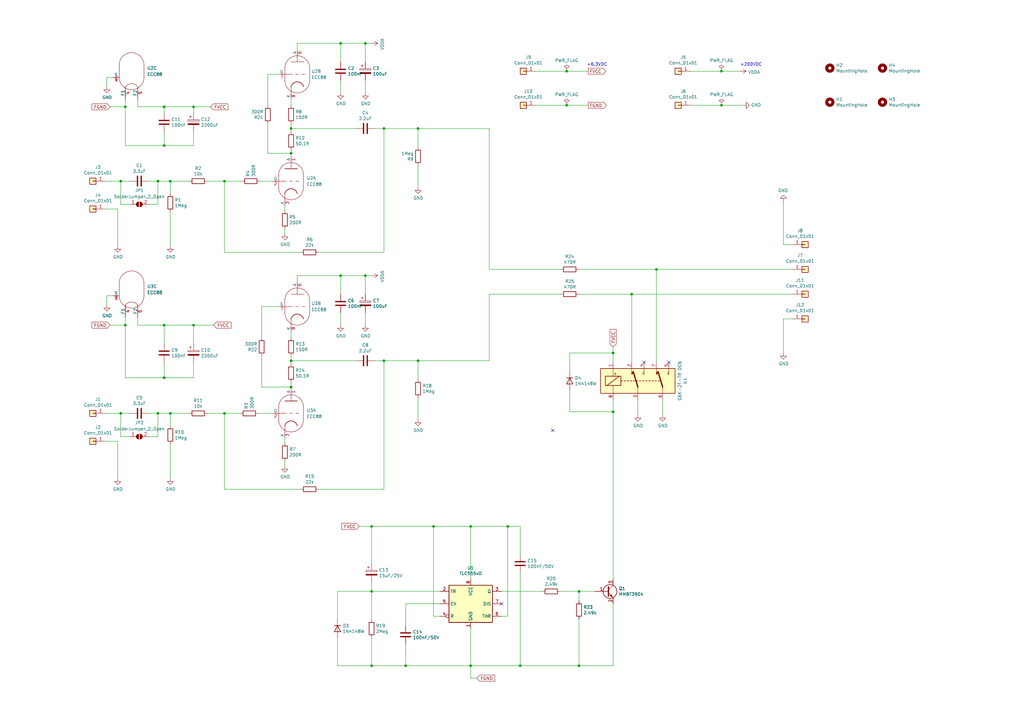
<source format=kicad_sch>
(kicad_sch (version 20211123) (generator eeschema)
  (paper "A3")
  (title_block (title "SRPP+ Pre-Amp ECC88/E88CC") (date "2022-09-16") (rev "V3"))
  (lib_symbols
    (symbol "Connector_Generic:Conn_01x01" (pin_names (offset 1.016) hide)
      (property "Reference" "J" (at 0 2.54 0))
      (property "Value" "Conn_01x01" (at 0 -2.54 0))
      (symbol "Conn_01x01_1_1"
        (rectangle (start -1.27 0.127) (end 0 -0.127) (stroke (width 0.1524)))
        (rectangle (start -1.27 1.27) (end 1.27 -1.27) (stroke (width 0.254)) (fill (type background)))
        (pin passive line (at -5.08 0 0) (length 3.81) (name "Pin_1") (number "1"))
      )
    )
    (symbol "Device:C" (pin_numbers hide) (pin_names (offset 0.254))
      (property "Reference" "C" (at 0.635 2.54 0))
      (property "Value" "C" (at 0.635 -2.54 0))
      (symbol "C_0_1"
        (polyline (pts (xy -2.032 -0.762) (xy 2.032 -0.762)) (stroke (width 0.508)))
        (polyline (pts (xy -2.032 0.762) (xy 2.032 0.762)) (stroke (width 0.508)))
      )
      (symbol "C_1_1"
        (pin passive line (at 0 3.81 270) (length 2.794) (name "~") (number "1"))
        (pin passive line (at 0 -3.81 90) (length 2.794) (name "~") (number "2"))
      )
    )
    (symbol "Device:C_Polarized" (pin_numbers hide) (pin_names (offset 0.254))
      (property "Reference" "C" (at 0.635 2.54 0))
      (property "Value" "C_Polarized" (at 0.635 -2.54 0))
      (symbol "C_Polarized_0_1"
        (rectangle (start -2.286 0.508) (end 2.286 1.016))
        (polyline (pts (xy -1.778 2.286) (xy -0.762 2.286)))
        (polyline (pts (xy -1.27 2.794) (xy -1.27 1.778)))
        (rectangle (start 2.286 -0.508) (end -2.286 -1.016) (fill (type outline)))
      )
      (symbol "C_Polarized_1_1"
        (pin passive line (at 0 3.81 270) (length 2.794) (name "~") (number "1"))
        (pin passive line (at 0 -3.81 90) (length 2.794) (name "~") (number "2"))
      )
    )
    (symbol "Device:R" (pin_numbers hide) (pin_names (offset 0))
      (property "Reference" "R" (at 2.032 0 90))
      (property "Value" "R" (at 0 0 90))
      (symbol "R_0_1"
        (rectangle (start -1.016 -2.54) (end 1.016 2.54) (stroke (width 0.254)))
      )
      (symbol "R_1_1"
        (pin passive line (at 0 3.81 270) (length 1.27) (name "~") (number "1"))
        (pin passive line (at 0 -3.81 90) (length 1.27) (name "~") (number "2"))
      )
    )
    (symbol "Diode:1N4148W" (pin_numbers hide) (pin_names (offset 1.016) hide)
      (property "Reference" "D" (at 0 2.54 0))
      (property "Value" "1N4148W" (at 0 -2.54 0))
      (symbol "1N4148W_0_1"
        (polyline (pts (xy -1.27 1.27) (xy -1.27 -1.27)) (stroke (width 0.254)))
        (polyline (pts (xy 1.27 0) (xy -1.27 0)))
        (polyline (pts (xy 1.27 1.27) (xy 1.27 -1.27) (xy -1.27 0) (xy 1.27 1.27)) (stroke (width 0.254)))
      )
      (symbol "1N4148W_1_1"
        (pin passive line (at -3.81 0 0) (length 2.54) (name "K") (number "1"))
        (pin passive line (at 3.81 0 180) (length 2.54) (name "A") (number "2"))
      )
    )
    (symbol "Jumper:SolderJumper_2_Open" (pin_names (offset 0) hide)
      (property "Reference" "JP" (at 0 2.032 0))
      (property "Value" "SolderJumper_2_Open" (at 0 -2.54 0))
      (symbol "SolderJumper_2_Open_0_1"
        (arc (start -0.254 1.016) (mid -1.27 0) (end -0.254 -1.016))
        (arc (start -0.254 1.016) (mid -1.27 0) (end -0.254 -1.016) (fill (type outline)))
        (polyline (pts (xy -0.254 1.016) (xy -0.254 -1.016)))
        (polyline (pts (xy 0.254 1.016) (xy 0.254 -1.016)))
        (arc (start 0.254 -1.016) (mid 1.27 0) (end 0.254 1.016))
        (arc (start 0.254 -1.016) (mid 1.27 0) (end 0.254 1.016) (fill (type outline)))
      )
      (symbol "SolderJumper_2_Open_1_1"
        (pin passive line (at -3.81 0 0) (length 2.54) (name "A") (number "1"))
        (pin passive line (at 3.81 0 180) (length 2.54) (name "B") (number "2"))
      )
    )
    (symbol "Mechanical:MountingHole" (pin_names (offset 1.016))
      (property "Reference" "H" (at 0 5.08 0))
      (property "Value" "MountingHole" (at 0 3.175 0))
      (symbol "MountingHole_0_1"
        (circle (center 0 0) (radius 1.27) (stroke (width 1.27)))
      )
    )
    (symbol "Relay:G6K-2"
      (property "Reference" "K" (at 16.51 3.81 0))
      (property "Value" "G6K-2" (at 16.51 1.27 0))
      (symbol "G6K-2_0_0"
        (text "+" (at -9.271 2.921 0) (effects (font (size 1.27 1.27))))
      )
      (symbol "G6K-2_0_1"
        (rectangle (start -15.24 5.08) (end 15.24 -5.08) (stroke (width 0.254)) (fill (type background)))
        (rectangle (start -13.335 1.905) (end -6.985 -1.905) (stroke (width 0.254)))
        (polyline (pts (xy -12.7 -1.905) (xy -7.62 1.905)) (stroke (width 0.254)))
        (polyline (pts (xy -10.16 -5.08) (xy -10.16 -1.905)))
        (polyline (pts (xy -10.16 5.08) (xy -10.16 1.905)))
        (polyline (pts (xy -6.985 0) (xy -6.35 0)) (stroke (width 0.254)))
        (polyline (pts (xy -5.715 0) (xy -5.08 0)) (stroke (width 0.254)))
        (polyline (pts (xy -4.445 0) (xy -3.81 0)) (stroke (width 0.254)))
        (polyline (pts (xy -3.175 0) (xy -2.54 0)) (stroke (width 0.254)))
        (polyline (pts (xy -1.905 0) (xy -1.27 0)) (stroke (width 0.254)))
        (polyline (pts (xy -0.635 0) (xy 0 0)) (stroke (width 0.254)))
        (polyline (pts (xy 0 -2.54) (xy -1.905 3.81)) (stroke (width 0.508)))
        (polyline (pts (xy 0 -2.54) (xy 0 -5.08)))
        (polyline (pts (xy 0.635 0) (xy 1.27 0)) (stroke (width 0.254)))
        (polyline (pts (xy 1.905 0) (xy 2.54 0)) (stroke (width 0.254)))
        (polyline (pts (xy 3.175 0) (xy 3.81 0)) (stroke (width 0.254)))
        (polyline (pts (xy 4.445 0) (xy 5.08 0)) (stroke (width 0.254)))
        (polyline (pts (xy 5.715 0) (xy 6.35 0)) (stroke (width 0.254)))
        (polyline (pts (xy 6.985 0) (xy 7.62 0)) (stroke (width 0.254)))
        (polyline (pts (xy 8.255 0) (xy 8.89 0)) (stroke (width 0.254)))
        (polyline (pts (xy 10.16 -2.54) (xy 8.255 3.81)) (stroke (width 0.508)))
        (polyline (pts (xy 10.16 -2.54) (xy 10.16 -5.08)))
        (polyline (pts (xy -2.54 5.08) (xy -2.54 2.54) (xy -1.905 3.175) (xy -2.54 3.81)) (fill (type outline)))
        (polyline (pts (xy 2.54 5.08) (xy 2.54 2.54) (xy 1.905 3.175) (xy 2.54 3.81)))
        (polyline (pts (xy 7.62 5.08) (xy 7.62 2.54) (xy 8.255 3.175) (xy 7.62 3.81)) (fill (type outline)))
        (polyline (pts (xy 12.7 5.08) (xy 12.7 2.54) (xy 12.065 3.175) (xy 12.7 3.81)))
      )
      (symbol "G6K-2_1_1"
        (pin passive line (at -10.16 7.62 270) (length 2.54) (name "~") (number "1"))
        (pin passive line (at -2.54 7.62 270) (length 2.54) (name "~") (number "2"))
        (pin passive line (at 0 -7.62 90) (length 2.54) (name "~") (number "3"))
        (pin passive line (at 2.54 7.62 270) (length 2.54) (name "~") (number "4"))
        (pin passive line (at 12.7 7.62 270) (length 2.54) (name "~") (number "5"))
        (pin passive line (at 10.16 -7.62 90) (length 2.54) (name "~") (number "6"))
        (pin passive line (at 7.62 7.62 270) (length 2.54) (name "~") (number "7"))
        (pin passive line (at -10.16 -7.62 90) (length 2.54) (name "~") (number "8"))
      )
    )
    (symbol "Timer:TLC555xD"
      (property "Reference" "U" (at -10.16 8.89 0))
      (property "Value" "TLC555xD" (at 2.54 8.89 0))
      (symbol "TLC555xD_0_0"
        (pin power_in line (at 0 -10.16 90) (length 2.54) (name "GND") (number "1"))
        (pin power_in line (at 0 10.16 270) (length 2.54) (name "VCC") (number "8"))
      )
      (symbol "TLC555xD_0_1"
        (rectangle (start -8.89 -7.62) (end 8.89 7.62) (stroke (width 0.254)) (fill (type background)))
        (rectangle (start -8.89 -7.62) (end 8.89 7.62) (stroke (width 0.254)) (fill (type background)))
      )
      (symbol "TLC555xD_1_1"
        (pin input line (at -12.7 5.08 0) (length 3.81) (name "TR") (number "2"))
        (pin output line (at 12.7 5.08 180) (length 3.81) (name "Q") (number "3"))
        (pin input inverted (at -12.7 -5.08 0) (length 3.81) (name "R") (number "4"))
        (pin input line (at -12.7 0 0) (length 3.81) (name "CV") (number "5"))
        (pin input line (at 12.7 -5.08 180) (length 3.81) (name "THR") (number "6"))
        (pin input line (at 12.7 0 180) (length 3.81) (name "DIS") (number "7"))
      )
    )
    (symbol "Transistor_BJT:MMBT3904" (pin_names (offset 0) hide)
      (property "Reference" "Q" (at 5.08 1.905 0))
      (property "Value" "MMBT3904" (at 5.08 0 0))
      (symbol "MMBT3904_0_1"
        (polyline (pts (xy 0.635 0.635) (xy 2.54 2.54)))
        (polyline (pts (xy 0.635 -0.635) (xy 2.54 -2.54) (xy 2.54 -2.54)))
        (polyline (pts (xy 0.635 1.905) (xy 0.635 -1.905) (xy 0.635 -1.905)) (stroke (width 0.508)))
        (polyline (pts (xy 1.27 -1.778) (xy 1.778 -1.27) (xy 2.286 -2.286) (xy 1.27 -1.778) (xy 1.27 -1.778)) (fill (type outline)))
        (circle (center 1.27 0) (radius 2.8194) (stroke (width 0.254)))
      )
      (symbol "MMBT3904_1_1"
        (pin input line (at -5.08 0 0) (length 5.715) (name "B") (number "1"))
        (pin passive line (at 2.54 -5.08 90) (length 2.54) (name "E") (number "2"))
        (pin passive line (at 2.54 5.08 270) (length 2.54) (name "C") (number "3"))
      )
    )
    (symbol "kicad-snk:ECC88-Shield" (pin_names (offset 0))
      (property "Reference" "U" (at 4.318 7.112 0))
      (property "Value" "ECC88-Shield" (at 5.08 -7.62 0))
      (symbol "ECC88-Shield_0_1"
        (arc (start -5.08 -2.54) (mid 0 -7.62) (end 5.08 -2.54))
        (polyline (pts (xy -5.08 0) (xy -5.08 -2.54)))
        (polyline (pts (xy -5.08 2.54) (xy -5.08 0)))
        (polyline (pts (xy 5.08 2.54) (xy 5.08 -2.54)))
        (arc (start 5.08 2.54) (mid 0 7.62) (end -5.08 2.54))
      )
      (symbol "ECC88-Shield_1_0"
        (polyline (pts (xy -2.54 -5.08) (xy -2.54 -7.62)))
        (polyline (pts (xy 0 5.08) (xy 0 7.62)))
      )
      (symbol "ECC88-Shield_1_1"
        (polyline (pts (xy -5.08 0) (xy -3.175 0)))
        (polyline (pts (xy -1.905 0) (xy -3.175 0)) (stroke (width 0.1524)))
        (polyline (pts (xy -0.635 0) (xy 0.635 0)) (stroke (width 0.1524)))
        (polyline (pts (xy 1.905 0) (xy 3.175 0)) (stroke (width 0.1524)))
        (polyline (pts (xy -2.54 5.08) (xy 2.54 5.08) (xy 2.54 5.08)) (stroke (width 0.254)))
        (arc (start 2.54 -5.08) (mid 0 -3.0968) (end -2.54 -5.08) (stroke (width 0.254)))
        (pin output line (at 0 10.16 270) (length 2.54) (name "A") (number "1"))
        (pin input line (at -7.62 0 0) (length 2.54) (name "G") (number "2"))
        (pin bidirectional line (at -2.54 -10.16 90) (length 2.54) (name "K") (number "3"))
      )
      (symbol "ECC88-Shield_2_0"
        (polyline (pts (xy -5.08 0) (xy -3.175 0)))
        (polyline (pts (xy -2.54 -5.08) (xy -2.54 -7.62)))
        (polyline (pts (xy -1.905 0) (xy -3.175 0)) (stroke (width 0.1524)))
        (polyline (pts (xy -0.635 0) (xy 0.635 0)) (stroke (width 0.1524)))
        (polyline (pts (xy 0 5.08) (xy 0 7.62)))
        (polyline (pts (xy 1.905 0) (xy 3.175 0)) (stroke (width 0.1524)))
        (polyline (pts (xy 2.794 5.08) (xy -2.54 5.08) (xy -2.54 5.08)) (stroke (width 0.1524)))
      )
      (symbol "ECC88-Shield_2_1"
        (arc (start 2.54 -5.08) (mid 0 -3.0968) (end -2.54 -5.08) (stroke (width 0.254)))
        (pin output line (at 0 10.16 270) (length 2.54) (name "A") (number "6"))
        (pin input line (at -7.62 0 0) (length 2.54) (name "G") (number "7"))
        (pin bidirectional line (at -2.54 -10.16 90) (length 2.54) (name "K") (number "8"))
      )
      (symbol "ECC88-Shield_3_1"
        (arc (start 2.54 -6.35) (mid 0 -5.1292) (end -2.54 -6.35))
        (pin power_in line (at -2.54 -11.43 90) (length 5.08) (name "F1") (number "4"))
        (pin power_in line (at 2.54 -11.43 90) (length 5.08) (name "F2") (number "5"))
        (pin passive line (at -7.62 -2.54 0) (length 2.54) (name "S") (number "9"))
      )
    )
    (symbol "power:GND" (power) (pin_names (offset 0))
      (property "Value" "GND" (at 0 -3.81 0))
      (symbol "GND_0_1"
        (polyline (pts (xy 0 0) (xy 0 -1.27) (xy 1.27 -1.27) (xy 0 -2.54) (xy -1.27 -1.27) (xy 0 -1.27)))
      )
      (symbol "GND_1_1"
        (pin power_in line (at 0 0 270) (length 0) hide (name "GND") (number "1"))
      )
    )
    (symbol "power:PWR_FLAG" (power) (pin_numbers hide) (pin_names (offset 0) hide)
      (property "Value" "PWR_FLAG" (at 0 3.81 0))
      (symbol "PWR_FLAG_0_0"
        (pin power_out line (at 0 0 90) (length 0) (name "pwr") (number "1"))
      )
      (symbol "PWR_FLAG_0_1"
        (polyline (pts (xy 0 0) (xy 0 1.27) (xy -1.016 1.905) (xy 0 2.54) (xy 1.016 1.905) (xy 0 1.27)))
      )
    )
    (symbol "power:VDDA" (power) (pin_names (offset 0))
      (property "Value" "VDDA" (at 0 3.81 0))
      (symbol "VDDA_0_1"
        (polyline (pts (xy -0.762 1.27) (xy 0 2.54)))
        (polyline (pts (xy 0 0) (xy 0 2.54)))
        (polyline (pts (xy 0 2.54) (xy 0.762 1.27)))
      )
      (symbol "VDDA_1_1"
        (pin power_in line (at 0 0 90) (length 0) hide (name "VDDA") (number "1"))
      )
    )
  )
  (junction (at 193.04 215.9))
  (junction (at 67.31 154.94))
  (junction (at 237.49 273.05))
  (junction (at 79.375 43.815))
  (junction (at 119.38 147.955))
  (junction (at 64.77 74.295))
  (junction (at 152.4 273.05))
  (junction (at 51.435 43.815))
  (junction (at 251.46 144.78))
  (junction (at 295.91 43.18))
  (junction (at 251.46 168.91))
  (junction (at 69.85 74.295))
  (junction (at 193.04 273.05))
  (junction (at 177.8 215.9))
  (junction (at 152.4 242.57))
  (junction (at 67.31 133.35))
  (junction (at 67.31 43.815))
  (junction (at 139.7 17.78))
  (junction (at 232.41 43.18))
  (junction (at 295.91 29.21))
  (junction (at 67.31 59.69))
  (junction (at 79.375 133.35))
  (junction (at 152.4 215.9))
  (junction (at 171.45 147.955))
  (junction (at 157.48 52.705))
  (junction (at 49.53 74.295))
  (junction (at 269.24 110.49))
  (junction (at 92.075 169.545))
  (junction (at 208.28 215.9))
  (junction (at 171.45 52.705))
  (junction (at 49.53 169.545))
  (junction (at 119.38 158.75))
  (junction (at 51.435 133.35))
  (junction (at 119.38 62.865))
  (junction (at 232.41 29.21))
  (junction (at 237.49 242.57))
  (junction (at 259.08 120.65))
  (junction (at 213.36 273.05))
  (junction (at 157.48 147.955))
  (junction (at 149.86 113.03))
  (junction (at 139.7 113.03))
  (junction (at 92.075 74.295))
  (junction (at 119.38 52.705))
  (junction (at 166.37 273.05))
  (junction (at 64.77 169.545))
  (junction (at 149.86 17.78))
  (junction (at 69.85 169.545))
  (no_connect (at 264.16 148.59))
  (no_connect (at 274.32 148.59))
  (no_connect (at 226.695 176.53))
  (no_connect (at 205.74 247.65))
  (wire (pts (xy 43.815 121.285) (xy 46.355 121.285)))
  (wire (pts (xy 157.48 52.705) (xy 153.67 52.705)))
  (wire (pts (xy 60.96 83.82) (xy 64.77 83.82)))
  (wire (pts (xy 49.53 169.545) (xy 53.34 169.545)))
  (wire (pts (xy 138.43 273.05) (xy 138.43 261.62)))
  (wire (pts (xy 208.28 252.73) (xy 208.28 215.9)))
  (wire (pts (xy 193.04 273.05) (xy 193.04 278.13)))
  (wire (pts (xy 92.075 169.545) (xy 98.425 169.545)))
  (wire (pts (xy 213.36 227.33) (xy 213.36 215.9)))
  (wire (pts (xy 233.68 152.4) (xy 233.68 144.78)))
  (wire (pts (xy 119.38 52.705) (xy 119.38 53.975)))
  (wire (pts (xy 85.09 169.545) (xy 92.075 169.545)))
  (wire (pts (xy 149.86 113.03) (xy 149.86 120.65)))
  (wire (pts (xy 213.36 273.05) (xy 193.04 273.05)))
  (wire (pts (xy 321.31 144.78) (xy 321.31 130.81)))
  (wire (pts (xy 106.68 74.295) (xy 111.76 74.295)))
  (wire (pts (xy 64.77 74.295) (xy 60.96 74.295)))
  (wire (pts (xy 139.7 17.78) (xy 149.86 17.78)))
  (wire (pts (xy 79.375 53.975) (xy 79.375 59.69)))
  (wire (pts (xy 213.36 234.95) (xy 213.36 273.05)))
  (wire (pts (xy 153.67 147.955) (xy 157.48 147.955)))
  (wire (pts (xy 119.38 62.865) (xy 119.38 64.135)))
  (wire (pts (xy 321.31 100.33) (xy 321.31 82.55)))
  (wire (pts (xy 321.31 130.81) (xy 325.12 130.81)))
  (wire (pts (xy 67.31 154.94) (xy 67.31 148.59)))
  (wire (pts (xy 139.7 38.1) (xy 139.7 33.02)))
  (wire (pts (xy 43.815 35.56) (xy 43.815 31.75)))
  (wire (pts (xy 109.855 30.48) (xy 114.3 30.48)))
  (wire (pts (xy 180.34 247.65) (xy 166.37 247.65)))
  (wire (pts (xy 237.49 273.05) (xy 213.36 273.05)))
  (wire (pts (xy 67.31 53.975) (xy 67.31 59.69)))
  (wire (pts (xy 69.85 169.545) (xy 64.77 169.545)))
  (wire (pts (xy 53.34 179.07) (xy 49.53 179.07)))
  (wire (pts (xy 157.48 147.955) (xy 157.48 200.66)))
  (wire (pts (xy 85.09 74.295) (xy 92.075 74.295)))
  (wire (pts (xy 51.435 154.94) (xy 67.31 154.94)))
  (wire (pts (xy 237.49 242.57) (xy 229.87 242.57)))
  (wire (pts (xy 116.84 189.23) (xy 116.84 191.135)))
  (wire (pts (xy 200.66 110.49) (xy 200.66 52.705)))
  (wire (pts (xy 92.075 74.295) (xy 99.06 74.295)))
  (wire (pts (xy 67.31 43.815) (xy 79.375 43.815)))
  (wire (pts (xy 219.71 43.18) (xy 232.41 43.18)))
  (wire (pts (xy 139.7 113.03) (xy 149.86 113.03)))
  (wire (pts (xy 77.47 74.295) (xy 69.85 74.295)))
  (wire (pts (xy 139.7 120.65) (xy 139.7 113.03)))
  (wire (pts (xy 171.45 60.325) (xy 171.45 52.705)))
  (wire (pts (xy 149.86 133.35) (xy 149.86 128.27)))
  (wire (pts (xy 107.315 146.05) (xy 107.315 158.75)))
  (wire (pts (xy 51.435 43.815) (xy 51.435 59.69)))
  (wire (pts (xy 119.38 147.955) (xy 119.38 149.225)))
  (wire (pts (xy 121.92 115.57) (xy 121.92 113.03)))
  (wire (pts (xy 295.91 29.21) (xy 283.21 29.21)))
  (wire (pts (xy 195.58 278.13) (xy 193.04 278.13)))
  (wire (pts (xy 152.4 242.57) (xy 152.4 254)))
  (wire (pts (xy 177.8 252.73) (xy 177.8 215.9)))
  (wire (pts (xy 119.38 147.955) (xy 146.05 147.955)))
  (wire (pts (xy 193.04 257.81) (xy 193.04 273.05)))
  (wire (pts (xy 130.81 103.505) (xy 157.48 103.505)))
  (wire (pts (xy 64.77 179.07) (xy 64.77 169.545)))
  (wire (pts (xy 69.85 174.625) (xy 69.85 169.545)))
  (wire (pts (xy 303.53 29.21) (xy 295.91 29.21)))
  (wire (pts (xy 251.46 163.83) (xy 251.46 168.91)))
  (wire (pts (xy 251.46 144.78) (xy 251.46 142.24)))
  (wire (pts (xy 157.48 52.705) (xy 171.45 52.705)))
  (wire (pts (xy 79.375 140.97) (xy 79.375 133.35)))
  (wire (pts (xy 56.515 133.35) (xy 67.31 133.35)))
  (wire (pts (xy 243.84 242.57) (xy 237.49 242.57)))
  (wire (pts (xy 67.31 43.815) (xy 67.31 46.355)))
  (wire (pts (xy 119.105 147.955) (xy 119.38 147.955)))
  (wire (pts (xy 51.435 154.94) (xy 51.435 133.35)))
  (wire (pts (xy 51.435 133.35) (xy 51.435 130.175)))
  (wire (pts (xy 205.74 242.57) (xy 222.25 242.57)))
  (wire (pts (xy 45.085 133.35) (xy 51.435 133.35)))
  (wire (pts (xy 251.46 247.65) (xy 251.46 273.05)))
  (wire (pts (xy 233.68 168.91) (xy 251.46 168.91)))
  (wire (pts (xy 48.26 85.725) (xy 43.18 85.725)))
  (wire (pts (xy 237.49 120.65) (xy 259.08 120.65)))
  (wire (pts (xy 67.31 154.94) (xy 79.375 154.94)))
  (wire (pts (xy 138.43 242.57) (xy 138.43 254)))
  (wire (pts (xy 43.815 31.75) (xy 46.355 31.75)))
  (wire (pts (xy 149.86 113.03) (xy 152.4 113.03)))
  (wire (pts (xy 56.515 43.815) (xy 56.515 40.64)))
  (wire (pts (xy 49.53 83.82) (xy 49.53 74.295)))
  (wire (pts (xy 157.48 200.66) (xy 130.81 200.66)))
  (wire (pts (xy 119.38 40.64) (xy 119.38 43.18)))
  (wire (pts (xy 123.19 200.66) (xy 92.075 200.66)))
  (wire (pts (xy 149.86 17.78) (xy 152.4 17.78)))
  (wire (pts (xy 269.24 148.59) (xy 269.24 110.49)))
  (wire (pts (xy 106.045 169.545) (xy 111.76 169.545)))
  (wire (pts (xy 152.4 273.05) (xy 138.43 273.05)))
  (wire (pts (xy 171.45 67.945) (xy 171.45 76.835)))
  (wire (pts (xy 259.08 148.59) (xy 259.08 120.65)))
  (wire (pts (xy 213.36 215.9) (xy 208.28 215.9)))
  (wire (pts (xy 60.96 179.07) (xy 64.77 179.07)))
  (wire (pts (xy 237.49 246.38) (xy 237.49 242.57)))
  (wire (pts (xy 149.86 38.1) (xy 149.86 33.02)))
  (wire (pts (xy 200.66 120.65) (xy 229.87 120.65)))
  (wire (pts (xy 114.3 125.73) (xy 107.315 125.73)))
  (wire (pts (xy 69.85 79.375) (xy 69.85 74.295)))
  (wire (pts (xy 69.85 100.965) (xy 69.85 86.995)))
  (wire (pts (xy 43.18 169.545) (xy 49.53 169.545)))
  (wire (pts (xy 121.92 113.03) (xy 139.7 113.03)))
  (wire (pts (xy 193.04 273.05) (xy 166.37 273.05)))
  (wire (pts (xy 107.315 158.75) (xy 119.38 158.75)))
  (wire (pts (xy 79.375 59.69) (xy 67.31 59.69)))
  (wire (pts (xy 283.21 43.18) (xy 295.91 43.18)))
  (wire (pts (xy 157.48 147.955) (xy 171.45 147.955)))
  (wire (pts (xy 116.84 84.455) (xy 116.84 86.36)))
  (wire (pts (xy 251.46 148.59) (xy 251.46 144.78)))
  (wire (pts (xy 171.45 155.575) (xy 171.45 147.955)))
  (wire (pts (xy 166.37 273.05) (xy 166.37 264.16)))
  (wire (pts (xy 116.84 93.98) (xy 116.84 95.885)))
  (wire (pts (xy 109.855 50.8) (xy 109.855 62.865)))
  (wire (pts (xy 232.41 29.21) (xy 241.3 29.21)))
  (wire (pts (xy 200.66 52.705) (xy 171.45 52.705)))
  (wire (pts (xy 109.855 62.865) (xy 119.38 62.865)))
  (wire (pts (xy 152.4 242.57) (xy 152.4 238.76)))
  (wire (pts (xy 121.92 20.32) (xy 121.92 17.78)))
  (wire (pts (xy 119.38 52.705) (xy 146.05 52.705)))
  (wire (pts (xy 43.18 74.295) (xy 49.53 74.295)))
  (wire (pts (xy 107.315 125.73) (xy 107.315 138.43)))
  (wire (pts (xy 295.91 43.18) (xy 304.8 43.18)))
  (wire (pts (xy 233.68 160.02) (xy 233.68 168.91)))
  (wire (pts (xy 139.7 25.4) (xy 139.7 17.78)))
  (wire (pts (xy 119.38 156.845) (xy 119.38 158.75)))
  (wire (pts (xy 69.85 196.215) (xy 69.85 182.245)))
  (wire (pts (xy 269.24 110.49) (xy 325.12 110.49)))
  (wire (pts (xy 259.08 120.65) (xy 325.12 120.65)))
  (wire (pts (xy 64.77 83.82) (xy 64.77 74.295)))
  (wire (pts (xy 48.26 100.965) (xy 48.26 85.725)))
  (wire (pts (xy 119.38 146.05) (xy 119.38 147.955)))
  (wire (pts (xy 157.48 52.705) (xy 157.48 103.505)))
  (wire (pts (xy 51.435 59.69) (xy 67.31 59.69)))
  (wire (pts (xy 56.515 43.815) (xy 67.31 43.815)))
  (wire (pts (xy 200.66 120.65) (xy 200.66 147.955)))
  (wire (pts (xy 49.53 74.295) (xy 53.34 74.295)))
  (wire (pts (xy 193.04 215.9) (xy 177.8 215.9)))
  (wire (pts (xy 152.4 231.14) (xy 152.4 215.9)))
  (wire (pts (xy 79.375 43.815) (xy 86.36 43.815)))
  (wire (pts (xy 251.46 168.91) (xy 251.46 237.49)))
  (wire (pts (xy 208.28 215.9) (xy 193.04 215.9)))
  (wire (pts (xy 180.34 242.57) (xy 152.4 242.57)))
  (wire (pts (xy 119.38 135.89) (xy 119.38 138.43)))
  (wire (pts (xy 48.26 180.975) (xy 43.18 180.975)))
  (wire (pts (xy 261.62 170.18) (xy 261.62 163.83)))
  (wire (pts (xy 232.41 29.21) (xy 219.71 29.21)))
  (wire (pts (xy 92.075 200.66) (xy 92.075 169.545)))
  (wire (pts (xy 67.31 133.35) (xy 79.375 133.35)))
  (wire (pts (xy 271.78 170.18) (xy 271.78 163.83)))
  (wire (pts (xy 166.37 273.05) (xy 152.4 273.05)))
  (wire (pts (xy 232.41 43.18) (xy 241.3 43.18)))
  (wire (pts (xy 233.68 144.78) (xy 251.46 144.78)))
  (wire (pts (xy 147.32 215.9) (xy 152.4 215.9)))
  (wire (pts (xy 51.435 43.815) (xy 51.435 40.64)))
  (wire (pts (xy 109.855 43.18) (xy 109.855 30.48)))
  (wire (pts (xy 92.075 103.505) (xy 92.075 74.295)))
  (wire (pts (xy 53.34 83.82) (xy 49.53 83.82)))
  (wire (pts (xy 149.86 17.78) (xy 149.86 25.4)))
  (wire (pts (xy 79.375 154.94) (xy 79.375 148.59)))
  (wire (pts (xy 251.46 273.05) (xy 237.49 273.05)))
  (wire (pts (xy 152.4 273.05) (xy 152.4 261.62)))
  (wire (pts (xy 79.375 133.35) (xy 87.63 133.35)))
  (wire (pts (xy 79.375 43.815) (xy 79.375 46.355)))
  (wire (pts (xy 152.4 215.9) (xy 177.8 215.9)))
  (wire (pts (xy 77.47 169.545) (xy 69.85 169.545)))
  (wire (pts (xy 119.38 61.595) (xy 119.38 62.865)))
  (wire (pts (xy 237.49 110.49) (xy 269.24 110.49)))
  (wire (pts (xy 48.26 196.215) (xy 48.26 180.975)))
  (wire (pts (xy 200.66 147.955) (xy 171.45 147.955)))
  (wire (pts (xy 171.45 172.085) (xy 171.45 163.195)))
  (wire (pts (xy 200.66 110.49) (xy 229.87 110.49)))
  (wire (pts (xy 152.4 242.57) (xy 138.43 242.57)))
  (wire (pts (xy 123.19 103.505) (xy 92.075 103.505)))
  (wire (pts (xy 64.77 169.545) (xy 60.96 169.545)))
  (wire (pts (xy 49.53 179.07) (xy 49.53 169.545)))
  (wire (pts (xy 45.085 43.815) (xy 51.435 43.815)))
  (wire (pts (xy 69.85 74.295) (xy 64.77 74.295)))
  (wire (pts (xy 205.74 252.73) (xy 208.28 252.73)))
  (wire (pts (xy 67.31 140.97) (xy 67.31 133.35)))
  (wire (pts (xy 119.38 50.8) (xy 119.38 52.705)))
  (wire (pts (xy 193.04 237.49) (xy 193.04 215.9)))
  (wire (pts (xy 119.38 158.75) (xy 119.38 159.385)))
  (wire (pts (xy 121.92 17.78) (xy 139.7 17.78)))
  (wire (pts (xy 43.815 125.095) (xy 43.815 121.285)))
  (wire (pts (xy 116.84 179.705) (xy 116.84 181.61)))
  (wire (pts (xy 325.12 100.33) (xy 321.31 100.33)))
  (wire (pts (xy 56.515 133.35) (xy 56.515 130.175)))
  (wire (pts (xy 180.34 252.73) (xy 177.8 252.73)))
  (wire (pts (xy 237.49 254) (xy 237.49 273.05)))
  (wire (pts (xy 139.7 133.35) (xy 139.7 128.27)))
  (wire (pts (xy 166.37 247.65) (xy 166.37 256.54)))
  (text "+6.3VDC" (at 240.665 27.305 0) (effects (font (size 1.27 1.27)) (justify left bottom)))
  (text "+200VDC" (at 303.53 27.305 0) (effects (font (size 1.27 1.27)) (justify left bottom)))
  (global_label "FGND" (shape output) (at 241.3 43.18 0) (property "Intersheet References" "${INTERSHEET_REFS}" (effects hide)))
  (global_label "FVCC" (shape output) (at 241.3 29.21 0) (property "Intersheet References" "${INTERSHEET_REFS}" (effects hide)))
  (global_label "FVCC" (shape input) (at 147.32 215.9 180) (property "Intersheet References" "${INTERSHEET_REFS}" (effects hide)))
  (global_label "FGND" (shape input) (at 45.085 133.35 180) (property "Intersheet References" "${INTERSHEET_REFS}" (effects hide)))
  (global_label "FGND" (shape input) (at 195.58 278.13 0) (property "Intersheet References" "${INTERSHEET_REFS}" (effects hide)))
  (global_label "FGND" (shape input) (at 45.085 43.815 180) (property "Intersheet References" "${INTERSHEET_REFS}" (effects hide)))
  (global_label "FVCC" (shape input) (at 251.46 142.24 90) (property "Intersheet References" "${INTERSHEET_REFS}" (effects hide)))
  (global_label "FVCC" (shape input) (at 86.36 43.815 0) (property "Intersheet References" "${INTERSHEET_REFS}" (effects hide)))
  (global_label "FVCC" (shape input) (at 87.63 133.35 0) (property "Intersheet References" "${INTERSHEET_REFS}" (effects hide)))
  (symbol (lib_id "Device:R") (at 81.28 74.295 270) (unit 1)
    (property "Reference" "R2" (at 81.28 69.0372 90))
    (property "Value" "10k" (at 81.28 71.3486 90))
    (property "Footprint" "Resistor_SMD:R_MELF_MMB-0207" (effects hide))
  )
  (symbol (lib_id "Device:R") (at 69.85 83.185 0) (unit 1)
    (property "Reference" "R1" (at 71.628 82.0166 0) (effects (justify left)))
    (property "Value" "1Meg" (at 71.628 84.328 0) (effects (justify left)))
    (property "Footprint" "Resistor_SMD:R_MELF_MMB-0207" (effects hide))
  )
  (symbol (lib_id "Connector_Generic:Conn_01x01") (at 38.1 74.295 180) (unit 1)
    (property "Reference" "J3" (at 40.1828 68.58 0))
    (property "Value" "Conn_01x01" (at 40.1828 70.8914 0))
    (property "Footprint" "Connector_Pin:Pin_D1.0mm_L10.0mm" (effects hide))
  )
  (symbol (lib_id "Connector_Generic:Conn_01x01") (at 38.1 85.725 180) (unit 1)
    (property "Reference" "J4" (at 40.1828 80.01 0))
    (property "Value" "Conn_01x01" (at 40.1828 82.3214 0))
    (property "Footprint" "Connector_Pin:Pin_D1.0mm_L10.0mm" (effects hide))
  )
  (symbol (lib_id "Connector_Generic:Conn_01x01") (at 278.13 29.21 180) (unit 1)
    (property "Reference" "J5" (at 280.2128 23.495 0))
    (property "Value" "Conn_01x01" (at 280.2128 25.8064 0))
    (property "Footprint" "Connector_Pin:Pin_D1.3mm_L11.0mm" (effects hide))
  )
  (symbol (lib_id "Connector_Generic:Conn_01x01") (at 278.13 43.18 180) (unit 1)
    (property "Reference" "J6" (at 280.2128 37.465 0))
    (property "Value" "Conn_01x01" (at 280.2128 39.7764 0))
    (property "Footprint" "Connector_Pin:Pin_D1.3mm_L11.0mm" (effects hide))
  )
  (symbol (lib_id "Device:C") (at 57.15 74.295 270) (unit 1)
    (property "Reference" "C1" (at 57.15 67.8942 90))
    (property "Value" "3.3uF" (at 57.15 70.2056 90))
    (property "Footprint" "Capacitor_THT:C_Rect_L7.2mm_W7.2mm_P5.00mm_FKS2_FKP2_MKS2_MKP2" (effects hide))
  )
  (symbol (lib_id "Mechanical:MountingHole") (at 340.36 27.94 0) (unit 1)
    (property "Reference" "H2" (at 342.9 26.7716 0) (effects (justify left)))
    (property "Value" "MountingHole" (at 342.9 29.083 0) (effects (justify left)))
    (property "Footprint" "MountingHole:MountingHole_3.2mm_M3" (effects hide))
  )
  (symbol (lib_id "Mechanical:MountingHole") (at 361.95 27.94 0) (unit 1)
    (property "Reference" "H4" (at 364.49 26.7716 0) (effects (justify left)))
    (property "Value" "MountingHole" (at 364.49 29.083 0) (effects (justify left)))
    (property "Footprint" "MountingHole:MountingHole_3.2mm_M3" (effects hide))
  )
  (symbol (lib_id "Mechanical:MountingHole") (at 340.36 41.91 0) (unit 1)
    (property "Reference" "H1" (at 342.9 40.7416 0) (effects (justify left)))
    (property "Value" "MountingHole" (at 342.9 43.053 0) (effects (justify left)))
    (property "Footprint" "MountingHole:MountingHole_3.2mm_M3" (effects hide))
  )
  (symbol (lib_id "Mechanical:MountingHole") (at 361.95 41.91 0) (unit 1)
    (property "Reference" "H3" (at 364.49 40.7416 0) (effects (justify left)))
    (property "Value" "MountingHole" (at 364.49 43.053 0) (effects (justify left)))
    (property "Footprint" "MountingHole:MountingHole_3.2mm_M3" (effects hide))
  )
  (symbol (lib_id "power:PWR_FLAG") (at 295.91 29.21 0) (unit 1)
    (property "Reference" "#FLG04" (effects hide))
    (property "Value" "PWR_FLAG" (at 295.91 24.8158 0))
  )
  (symbol (lib_id "power:GND") (at 304.8 43.18 90) (unit 1)
    (property "Reference" "#PWR05" (effects hide))
    (property "Value" "GND" (at 308.0512 43.053 90) (effects (justify right)))
  )
  (symbol (lib_id "power:PWR_FLAG") (at 295.91 43.18 0) (unit 1)
    (property "Reference" "#FLG03" (effects hide))
    (property "Value" "PWR_FLAG" (at 295.91 38.7858 0))
  )
  (symbol (lib_id "power:VDDA") (at 303.53 29.21 270) (unit 1)
    (property "Reference" "#PWR07" (effects hide))
    (property "Value" "VDDA" (at 306.7812 29.591 90) (effects (justify left)))
  )
  (symbol (lib_id "Device:C_Polarized") (at 149.86 29.21 0) (unit 1)
    (property "Reference" "C3" (at 152.8572 28.0416 0) (effects (justify left)))
    (property "Value" "100uF" (at 152.8572 30.353 0) (effects (justify left)))
    (property "Footprint" "Capacitor_THT:CP_Radial_D18.0mm_P7.50mm" (effects hide))
  )
  (symbol (lib_id "Device:C") (at 139.7 29.21 0) (unit 1)
    (property "Reference" "C2" (at 142.621 28.0416 0) (effects (justify left)))
    (property "Value" "100nF" (at 142.621 30.353 0) (effects (justify left)))
    (property "Footprint" "Capacitor_THT:C_Rect_L16.5mm_W5.0mm_P15.00mm_MKT" (effects hide))
  )
  (symbol (lib_id "Device:R") (at 171.45 64.135 180) (unit 1)
    (property "Reference" "R9" (at 169.672 65.3034 0) (effects (justify left)))
    (property "Value" "1Meg" (at 169.672 62.992 0) (effects (justify left)))
    (property "Footprint" "Resistor_SMD:R_MELF_MMB-0207" (effects hide))
  )
  (symbol (lib_id "Device:C") (at 149.86 52.705 270) (unit 1)
    (property "Reference" "C4" (at 149.86 46.3042 90))
    (property "Value" "2.2uF" (at 149.86 48.6156 90))
    (property "Footprint" "Capacitor_THT:C_Rect_L31.5mm_W11.0mm_P27.50mm_MKS4" (effects hide))
  )
  (symbol (lib_id "Device:R") (at 127 103.505 270) (unit 1)
    (property "Reference" "R6" (at 127 98.2472 90))
    (property "Value" "22k" (at 127 100.5586 90))
    (property "Footprint" "Resistor_SMD:R_MELF_MMB-0207" (effects hide))
  )
  (symbol (lib_id "Connector_Generic:Conn_01x01") (at 330.2 110.49 0) (mirror x) (unit 1)
    (property "Reference" "J7" (at 328.1172 104.775 0))
    (property "Value" "Conn_01x01" (at 328.1172 107.0864 0))
    (property "Footprint" "Connector_Pin:Pin_D1.0mm_L10.0mm" (effects hide))
  )
  (symbol (lib_id "Connector_Generic:Conn_01x01") (at 330.2 100.33 0) (mirror x) (unit 1)
    (property "Reference" "J8" (at 328.1172 94.615 0))
    (property "Value" "Conn_01x01" (at 328.1172 96.9264 0))
    (property "Footprint" "Connector_Pin:Pin_D1.0mm_L10.0mm" (effects hide))
  )
  (symbol (lib_id "power:GND") (at 149.86 38.1 0) (unit 1)
    (property "Reference" "#PWR014" (effects hide))
    (property "Value" "GND" (at 149.987 42.4942 0))
  )
  (symbol (lib_id "power:GND") (at 139.7 38.1 0) (unit 1)
    (property "Reference" "#PWR011" (effects hide))
    (property "Value" "GND" (at 139.827 42.4942 0))
  )
  (symbol (lib_id "power:GND") (at 69.85 100.965 0) (unit 1)
    (property "Reference" "#PWR04" (effects hide))
    (property "Value" "GND" (at 69.977 105.3592 0))
  )
  (symbol (lib_id "power:GND") (at 48.26 100.965 0) (unit 1)
    (property "Reference" "#PWR03" (effects hide))
    (property "Value" "GND" (at 48.387 105.3592 0))
  )
  (symbol (lib_id "power:VDDA") (at 152.4 17.78 270) (unit 1)
    (property "Reference" "#PWR013" (effects hide))
    (property "Value" "VDDA" (at 156.7942 18.161 0))
  )
  (symbol (lib_id "Connector_Generic:Conn_01x01") (at 214.63 29.21 180) (unit 1)
    (property "Reference" "J9" (at 216.7128 23.495 0))
    (property "Value" "Conn_01x01" (at 216.7128 25.8064 0))
    (property "Footprint" "Connector_Pin:Pin_D1.3mm_L11.0mm" (effects hide))
  )
  (symbol (lib_id "Connector_Generic:Conn_01x01") (at 214.63 43.18 180) (unit 1)
    (property "Reference" "J10" (at 216.7128 37.465 0))
    (property "Value" "Conn_01x01" (at 216.7128 39.7764 0))
    (property "Footprint" "Connector_Pin:Pin_D1.3mm_L11.0mm" (effects hide))
  )
  (symbol (lib_id "power:PWR_FLAG") (at 232.41 29.21 0) (unit 1)
    (property "Reference" "#FLG01" (effects hide))
    (property "Value" "PWR_FLAG" (at 232.41 24.8158 0))
  )
  (symbol (lib_id "power:PWR_FLAG") (at 232.41 43.18 0) (unit 1)
    (property "Reference" "#FLG02" (effects hide))
    (property "Value" "PWR_FLAG" (at 232.41 38.7858 0))
  )
  (symbol (lib_id "Device:R") (at 81.28 169.545 270) (unit 1)
    (property "Reference" "R11" (at 81.28 164.2872 90))
    (property "Value" "10k" (at 81.28 166.5986 90))
    (property "Footprint" "Resistor_SMD:R_MELF_MMB-0207" (effects hide))
  )
  (symbol (lib_id "Device:R") (at 69.85 178.435 0) (unit 1)
    (property "Reference" "R10" (at 71.628 177.2666 0) (effects (justify left)))
    (property "Value" "1Meg" (at 71.628 179.578 0) (effects (justify left)))
    (property "Footprint" "Resistor_SMD:R_MELF_MMB-0207" (effects hide))
  )
  (symbol (lib_id "Connector_Generic:Conn_01x01") (at 38.1 169.545 180) (unit 1)
    (property "Reference" "J1" (at 40.1828 163.83 0))
    (property "Value" "Conn_01x01" (at 40.1828 166.1414 0))
    (property "Footprint" "Connector_Pin:Pin_D1.0mm_L10.0mm" (effects hide))
  )
  (symbol (lib_id "Connector_Generic:Conn_01x01") (at 38.1 180.975 180) (unit 1)
    (property "Reference" "J2" (at 40.1828 175.26 0))
    (property "Value" "Conn_01x01" (at 40.1828 177.5714 0))
    (property "Footprint" "Connector_Pin:Pin_D1.0mm_L10.0mm" (effects hide))
  )
  (symbol (lib_id "Device:C") (at 57.15 169.545 270) (unit 1)
    (property "Reference" "C5" (at 57.15 163.1442 90))
    (property "Value" "3.3uF" (at 57.15 165.4556 90))
    (property "Footprint" "Capacitor_THT:C_Rect_L7.2mm_W7.2mm_P5.00mm_FKS2_FKP2_MKS2_MKP2" (effects hide))
  )
  (symbol (lib_id "Device:C_Polarized") (at 149.86 124.46 0) (unit 1)
    (property "Reference" "C7" (at 152.8572 123.2916 0) (effects (justify left)))
    (property "Value" "100uF" (at 152.8572 125.603 0) (effects (justify left)))
    (property "Footprint" "Capacitor_THT:CP_Radial_D18.0mm_P7.50mm" (effects hide))
  )
  (symbol (lib_id "Device:C") (at 139.7 124.46 0) (unit 1)
    (property "Reference" "C6" (at 142.621 123.2916 0) (effects (justify left)))
    (property "Value" "100nF" (at 142.621 125.603 0) (effects (justify left)))
    (property "Footprint" "Capacitor_THT:C_Rect_L16.5mm_W5.0mm_P15.00mm_MKT" (effects hide))
  )
  (symbol (lib_id "Device:R") (at 171.45 159.385 0) (unit 1)
    (property "Reference" "R18" (at 173.228 158.2166 0) (effects (justify left)))
    (property "Value" "1Meg" (at 173.228 160.528 0) (effects (justify left)))
    (property "Footprint" "Resistor_SMD:R_MELF_MMB-0207" (effects hide))
  )
  (symbol (lib_id "Device:C") (at 149.86 147.955 270) (unit 1)
    (property "Reference" "C8" (at 149.86 141.5542 90))
    (property "Value" "2.2uF" (at 149.86 143.8656 90))
    (property "Footprint" "Capacitor_THT:C_Rect_L31.5mm_W11.0mm_P27.50mm_MKS4" (effects hide))
  )
  (symbol (lib_id "Device:R") (at 127 200.66 270) (unit 1)
    (property "Reference" "R15" (at 127 195.4022 90))
    (property "Value" "22k" (at 127 197.7136 90))
    (property "Footprint" "Resistor_SMD:R_MELF_MMB-0207" (effects hide))
  )
  (symbol (lib_id "Connector_Generic:Conn_01x01") (at 330.2 120.65 0) (mirror x) (unit 1)
    (property "Reference" "J11" (at 328.1172 114.935 0))
    (property "Value" "Conn_01x01" (at 328.1172 117.2464 0))
    (property "Footprint" "Connector_Pin:Pin_D1.0mm_L10.0mm" (effects hide))
  )
  (symbol (lib_id "Connector_Generic:Conn_01x01") (at 330.2 130.81 0) (mirror x) (unit 1)
    (property "Reference" "J12" (at 328.1172 125.095 0))
    (property "Value" "Conn_01x01" (at 328.1172 127.4064 0))
    (property "Footprint" "Connector_Pin:Pin_D1.0mm_L10.0mm" (effects hide))
  )
  (symbol (lib_id "power:GND") (at 321.31 144.78 0) (unit 1)
    (property "Reference" "#PWR028" (effects hide))
    (property "Value" "GND" (at 321.437 149.1742 0))
  )
  (symbol (lib_id "power:GND") (at 149.86 133.35 0) (unit 1)
    (property "Reference" "#PWR026" (effects hide))
    (property "Value" "GND" (at 149.987 137.7442 0))
  )
  (symbol (lib_id "power:GND") (at 139.7 133.35 0) (unit 1)
    (property "Reference" "#PWR023" (effects hide))
    (property "Value" "GND" (at 139.827 137.7442 0))
  )
  (symbol (lib_id "power:GND") (at 69.85 196.215 0) (unit 1)
    (property "Reference" "#PWR017" (effects hide))
    (property "Value" "GND" (at 69.977 200.6092 0))
  )
  (symbol (lib_id "power:GND") (at 48.26 196.215 0) (unit 1)
    (property "Reference" "#PWR02" (effects hide))
    (property "Value" "GND" (at 48.387 200.6092 0))
  )
  (symbol (lib_id "power:VDDA") (at 152.4 113.03 270) (unit 1)
    (property "Reference" "#PWR025" (effects hide))
    (property "Value" "VDDA" (at 156.7942 113.411 0))
  )
  (symbol (lib_id "Device:C_Polarized") (at 79.375 144.78 0) (unit 1)
    (property "Reference" "C10" (at 82.3722 143.6116 0) (effects (justify left)))
    (property "Value" "2200uF" (at 82.3722 145.923 0) (effects (justify left)))
    (property "Footprint" "Capacitor_THT:CP_Radial_D16.0mm_P7.50mm" (effects hide))
  )
  (symbol (lib_id "Device:C") (at 67.31 144.78 0) (unit 1)
    (property "Reference" "C9" (at 70.231 143.6116 0) (effects (justify left)))
    (property "Value" "100nF" (at 70.231 145.923 0) (effects (justify left)))
    (property "Footprint" "Capacitor_THT:C_Rect_L7.2mm_W2.5mm_P5.00mm_FKS2_FKP2_MKS2_MKP2" (effects hide))
  )
  (symbol (lib_id "Device:C_Polarized") (at 79.375 50.165 0) (unit 1)
    (property "Reference" "C12" (at 82.3722 48.9966 0) (effects (justify left)))
    (property "Value" "2200uF" (at 82.3722 51.308 0) (effects (justify left)))
    (property "Footprint" "Capacitor_THT:CP_Radial_D16.0mm_P7.50mm" (effects hide))
  )
  (symbol (lib_id "Device:C") (at 67.31 50.165 0) (unit 1)
    (property "Reference" "C11" (at 70.231 48.9966 0) (effects (justify left)))
    (property "Value" "100nF" (at 70.231 51.308 0) (effects (justify left)))
    (property "Footprint" "Capacitor_THT:C_Rect_L7.2mm_W2.5mm_P5.00mm_FKS2_FKP2_MKS2_MKP2" (effects hide))
  )
  (symbol (lib_id "Relay:G6K-2") (at 261.62 156.21 0) (unit 1)
    (property "Reference" "K1" (at 281.1018 156.21 90))
    (property "Value" "G6K-2F-TR DC6" (at 278.7904 156.21 90))
    (property "Footprint" "Relay_SMD:Relay_DPDT_Omron_G6K-2F" (effects hide))
    (property "Datasheet" "http://omronfs.omron.com/en_US/ecb/products/pdf/en-g6k.pdf" (effects hide))
  )
  (symbol (lib_id "Diode:1N4148W") (at 233.68 156.21 270) (unit 1)
    (property "Reference" "D4" (at 235.712 155.0416 90) (effects (justify left)))
    (property "Value" "1N4148W" (at 235.712 157.353 90) (effects (justify left)))
    (property "Footprint" "Diode_SMD:D_SOD-123" (effects hide))
    (property "Datasheet" "https://www.vishay.com/docs/85748/1n4148w.pdf" (effects hide))
  )
  (symbol (lib_id "Transistor_BJT:MMBT3904") (at 248.92 242.57 0) (unit 1)
    (property "Reference" "Q1" (at 253.7714 241.4016 0) (effects (justify left)))
    (property "Value" "MMBT3904" (at 253.7714 243.713 0) (effects (justify left)))
    (property "Footprint" "Package_TO_SOT_SMD:SOT-23" (effects hide))
    (property "Datasheet" "https://www.onsemi.com/pub/Collateral/2N3903-D.PDF" (effects hide))
  )
  (symbol (lib_id "Device:R") (at 237.49 250.19 0) (unit 1)
    (property "Reference" "R23" (at 239.268 249.0216 0) (effects (justify left)))
    (property "Value" "2.49k" (at 239.268 251.333 0) (effects (justify left)))
    (property "Footprint" "Resistor_SMD:R_0805_2012Metric_Pad1.20x1.40mm_HandSolder" (effects hide))
  )
  (symbol (lib_id "Device:R") (at 226.06 242.57 270) (unit 1)
    (property "Reference" "R20" (at 226.06 237.3122 90))
    (property "Value" "2.49k" (at 226.06 239.6236 90))
    (property "Footprint" "Resistor_SMD:R_0805_2012Metric_Pad1.20x1.40mm_HandSolder" (effects hide))
  )
  (symbol (lib_id "Timer:TLC555xD") (at 193.04 247.65 0) (unit 1)
    (property "Reference" "U1" (at 193.04 232.8926 0))
    (property "Value" "TLC555xD" (at 193.04 235.204 0))
    (property "Footprint" "Package_SO:SOIC-8_3.9x4.9mm_P1.27mm" (effects hide))
    (property "Datasheet" "http://www.ti.com/lit/ds/symlink/tlc555.pdf" (effects hide))
  )
  (symbol (lib_id "Device:C") (at 213.36 231.14 0) (unit 1)
    (property "Reference" "C15" (at 216.281 229.9716 0) (effects (justify left)))
    (property "Value" "100nF/50V" (at 216.281 232.283 0) (effects (justify left)))
    (property "Footprint" "Capacitor_SMD:C_0805_2012Metric_Pad1.18x1.45mm_HandSolder" (effects hide))
  )
  (symbol (lib_id "Device:C") (at 166.37 260.35 0) (unit 1)
    (property "Reference" "C14" (at 169.291 259.1816 0) (effects (justify left)))
    (property "Value" "100nF/50V" (at 169.291 261.493 0) (effects (justify left)))
    (property "Footprint" "Capacitor_SMD:C_0805_2012Metric_Pad1.18x1.45mm_HandSolder" (effects hide))
  )
  (symbol (lib_id "Device:C_Polarized") (at 152.4 234.95 0) (unit 1)
    (property "Reference" "C13" (at 155.3972 233.7816 0) (effects (justify left)))
    (property "Value" "15uF/25V" (at 155.3972 236.093 0) (effects (justify left)))
    (property "Footprint" "Capacitor_Tantalum_SMD:CP_EIA-3216-12_Kemet-S_Pad1.58x1.35mm_HandSolder" (effects hide))
  )
  (symbol (lib_id "Device:R") (at 152.4 257.81 0) (unit 1)
    (property "Reference" "R19" (at 154.178 256.6416 0) (effects (justify left)))
    (property "Value" "2Meg" (at 154.178 258.953 0) (effects (justify left)))
    (property "Footprint" "Resistor_SMD:R_0805_2012Metric_Pad1.20x1.40mm_HandSolder" (effects hide))
  )
  (symbol (lib_id "Diode:1N4148W") (at 138.43 257.81 270) (unit 1)
    (property "Reference" "D3" (at 140.462 256.6416 90) (effects (justify left)))
    (property "Value" "1N4148W" (at 140.462 258.953 90) (effects (justify left)))
    (property "Footprint" "Diode_SMD:D_SOD-123" (effects hide))
    (property "Datasheet" "https://www.vishay.com/docs/85748/1n4148w.pdf" (effects hide))
  )
  (symbol (lib_id "Device:R") (at 233.68 110.49 270) (unit 1)
    (property "Reference" "R24" (at 233.68 105.2322 90))
    (property "Value" "470R" (at 233.68 107.5436 90))
    (property "Footprint" "Resistor_SMD:R_MELF_MMB-0207" (effects hide))
  )
  (symbol (lib_id "Device:R") (at 233.68 120.65 270) (unit 1)
    (property "Reference" "R25" (at 233.68 115.3922 90))
    (property "Value" "470R" (at 233.68 117.7036 90))
    (property "Footprint" "Resistor_SMD:R_MELF_MMB-0207" (effects hide))
  )
  (symbol (lib_id "power:GND") (at 321.31 82.55 180) (unit 1)
    (property "Reference" "#PWR0102" (effects hide))
    (property "Value" "GND" (at 321.183 78.1558 0))
  )
  (symbol (lib_id "power:GND") (at 261.62 170.18 0) (unit 1)
    (property "Reference" "#PWR0106" (effects hide))
    (property "Value" "GND" (at 261.747 174.5742 0))
  )
  (symbol (lib_id "power:GND") (at 271.78 170.18 0) (unit 1)
    (property "Reference" "#PWR0107" (effects hide))
    (property "Value" "GND" (at 271.907 174.5742 0))
  )
  (symbol (lib_id "power:GND") (at 171.45 76.835 0) (unit 1)
    (property "Reference" "#PWR0104" (effects hide))
    (property "Value" "GND" (at 171.577 81.2292 0))
  )
  (symbol (lib_id "power:GND") (at 171.45 172.085 0) (unit 1)
    (property "Reference" "#PWR0105" (effects hide))
    (property "Value" "GND" (at 171.577 176.4792 0))
  )
  (symbol (lib_id "kicad-snk:ECC88-Shield") (at 53.975 118.745 0) (unit 3)
    (property "Reference" "U3" (at 60.325 117.4749 0) (effects (justify left)))
    (property "Value" "ECC88" (at 60.325 120.0149 0) (effects (justify left)))
    (property "Footprint" "w_vacuum:socket_gzc9-b" (effects hide))
    (property "Datasheet" "http://www.r-type.org/pdfs/ecc88.pdf" (effects hide))
  )
  (symbol (lib_id "Device:R") (at 102.235 169.545 90) (unit 1)
    (property "Reference" "R3" (at 101.0666 167.767 0) (effects (justify left)))
    (property "Value" "300R" (at 103.378 167.767 0) (effects (justify left)))
    (property "Footprint" "Resistor_SMD:R_MELF_MMB-0207" (effects hide))
  )
  (symbol (lib_id "Device:R") (at 102.87 74.295 90) (unit 1)
    (property "Reference" "R4" (at 101.7016 72.517 0) (effects (justify left)))
    (property "Value" "300R" (at 104.013 72.517 0) (effects (justify left)))
    (property "Footprint" "Resistor_SMD:R_MELF_MMB-0207" (effects hide))
  )
  (symbol (lib_id "power:GND") (at 116.84 191.135 0) (unit 1)
    (property "Reference" "#PWR0101" (effects hide))
    (property "Value" "GND" (at 116.967 195.5292 0))
  )
  (symbol (lib_id "kicad-snk:ECC88-Shield") (at 119.38 74.295 0) (unit 1)
    (property "Reference" "U2" (at 125.73 73.0249 0) (effects (justify left)))
    (property "Value" "ECC88" (at 125.73 75.5649 0) (effects (justify left)))
    (property "Footprint" "w_vacuum:socket_gzc9-b" (effects hide))
    (property "Datasheet" "http://www.r-type.org/pdfs/ecc88.pdf" (effects hide))
  )
  (symbol (lib_id "Device:R") (at 116.84 90.17 0) (unit 1)
    (property "Reference" "R5" (at 118.618 89.0016 0) (effects (justify left)))
    (property "Value" "200R" (at 118.618 91.313 0) (effects (justify left)))
    (property "Footprint" "Resistor_SMD:R_MELF_MMB-0207" (effects hide))
  )
  (symbol (lib_id "power:GND") (at 43.815 35.56 0) (unit 1)
    (property "Reference" "#PWR0109" (effects hide))
    (property "Value" "GND" (at 43.942 39.9542 0))
  )
  (symbol (lib_id "kicad-snk:ECC88-Shield") (at 121.92 30.48 0) (unit 2)
    (property "Reference" "U2" (at 127.635 29.2099 0) (effects (justify left)))
    (property "Value" "ECC88" (at 127.635 31.7499 0) (effects (justify left)))
    (property "Footprint" "w_vacuum:socket_gzc9-b" (effects hide))
    (property "Datasheet" "http://www.r-type.org/pdfs/ecc88.pdf" (effects hide))
  )
  (symbol (lib_id "Device:R") (at 119.38 142.24 0) (unit 1)
    (property "Reference" "R13" (at 121.158 141.0716 0) (effects (justify left)))
    (property "Value" "150R" (at 121.158 143.383 0) (effects (justify left)))
    (property "Footprint" "Resistor_SMD:R_MELF_MMB-0207" (effects hide))
  )
  (symbol (lib_id "Device:R") (at 116.84 185.42 0) (unit 1)
    (property "Reference" "R7" (at 118.618 184.2516 0) (effects (justify left)))
    (property "Value" "200R" (at 118.618 186.563 0) (effects (justify left)))
    (property "Footprint" "Resistor_SMD:R_MELF_MMB-0207" (effects hide))
  )
  (symbol (lib_id "power:GND") (at 43.815 125.095 0) (unit 1)
    (property "Reference" "#PWR0108" (effects hide))
    (property "Value" "GND" (at 43.942 129.4892 0))
  )
  (symbol (lib_id "kicad-snk:ECC88-Shield") (at 53.975 29.21 0) (unit 3)
    (property "Reference" "U2" (at 60.325 27.9399 0) (effects (justify left)))
    (property "Value" "ECC88" (at 60.325 30.4799 0) (effects (justify left)))
    (property "Footprint" "w_vacuum:socket_gzc9-b" (effects hide))
    (property "Datasheet" "http://www.r-type.org/pdfs/ecc88.pdf" (effects hide))
  )
  (symbol (lib_id "Device:R") (at 119.38 153.035 0) (unit 1)
    (property "Reference" "R14" (at 121.158 151.8666 0) (effects (justify left)))
    (property "Value" "50.1R" (at 121.158 154.178 0) (effects (justify left)))
    (property "Footprint" "Resistor_SMD:R_MELF_MMB-0207" (effects hide))
  )
  (symbol (lib_id "Device:R") (at 109.855 46.99 180) (unit 1)
    (property "Reference" "R21" (at 108.077 48.1584 0) (effects (justify left)))
    (property "Value" "300R" (at 108.077 45.847 0) (effects (justify left)))
    (property "Footprint" "Resistor_SMD:R_MELF_MMB-0207" (effects hide))
  )
  (symbol (lib_id "Device:R") (at 119.38 46.99 0) (unit 1)
    (property "Reference" "R8" (at 121.158 45.8216 0) (effects (justify left)))
    (property "Value" "150R" (at 121.158 48.133 0) (effects (justify left)))
    (property "Footprint" "Resistor_SMD:R_MELF_MMB-0207" (effects hide))
  )
  (symbol (lib_id "power:GND") (at 116.84 95.885 0) (unit 1)
    (property "Reference" "#PWR0103" (effects hide))
    (property "Value" "GND" (at 116.967 100.2792 0))
  )
  (symbol (lib_id "Jumper:SolderJumper_2_Open") (at 57.15 179.07 0) (unit 1)
    (property "Reference" "JP2" (at 57.15 173.355 0))
    (property "Value" "SolderJumper_2_Open" (at 57.15 175.895 0))
    (property "Footprint" "Jumper:SolderJumper-2_P1.3mm_Open_Pad1.0x1.5mm" (effects hide))
  )
  (symbol (lib_id "kicad-snk:ECC88-Shield") (at 119.38 169.545 0) (unit 1)
    (property "Reference" "U3" (at 125.73 168.2749 0) (effects (justify left)))
    (property "Value" "ECC88" (at 125.73 170.8149 0) (effects (justify left)))
    (property "Footprint" "w_vacuum:socket_gzc9-b" (effects hide))
    (property "Datasheet" "http://www.r-type.org/pdfs/ecc88.pdf" (effects hide))
  )
  (symbol (lib_id "Device:R") (at 107.315 142.24 180) (unit 1)
    (property "Reference" "R22" (at 105.537 143.4084 0) (effects (justify left)))
    (property "Value" "300R" (at 105.537 141.097 0) (effects (justify left)))
    (property "Footprint" "Resistor_SMD:R_MELF_MMB-0207" (effects hide))
  )
  (symbol (lib_id "kicad-snk:ECC88-Shield") (at 121.92 125.73 0) (unit 2)
    (property "Reference" "U3" (at 127.635 124.4599 0) (effects (justify left)))
    (property "Value" "ECC88" (at 127.635 126.9999 0) (effects (justify left)))
    (property "Footprint" "w_vacuum:socket_gzc9-b" (effects hide))
    (property "Datasheet" "http://www.r-type.org/pdfs/ecc88.pdf" (effects hide))
  )
  (symbol (lib_id "Jumper:SolderJumper_2_Open") (at 57.15 83.82 0) (unit 1)
    (property "Reference" "JP1" (at 57.15 78.105 0))
    (property "Value" "SolderJumper_2_Open" (at 57.15 80.645 0))
    (property "Footprint" "Jumper:SolderJumper-2_P1.3mm_Open_Pad1.0x1.5mm" (effects hide))
  )
  (symbol (lib_id "Device:R") (at 119.38 57.785 0) (unit 1)
    (property "Reference" "R12" (at 121.158 56.6166 0) (effects (justify left)))
    (property "Value" "50.1R" (at 121.158 58.928 0) (effects (justify left)))
    (property "Footprint" "Resistor_SMD:R_MELF_MMB-0207" (effects hide))
  )
)
</source>
